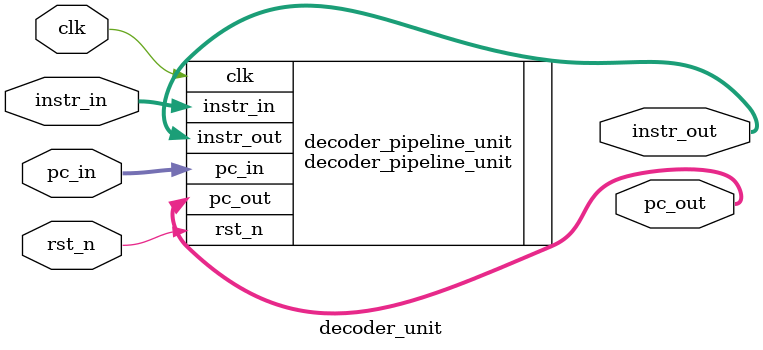
<source format=sv>
module decoder_unit(
    input clk,
    input rst_n,
    input [6:0] pc_in,
    input [31:0] instr_in,
    output [31:0] instr_out,
    output [6:0] pc_out
);

// pipeline module
decoder_pipeline_unit decoder_pipeline_unit(
    .clk(clk),
    .rst_n(rst_n),
    .pc_in(pc_in),
    .instr_in(instr_in),
    .instr_out(instr_out),
    .pc_out(pc_out)
);

endmodule: decoder_unit
</source>
